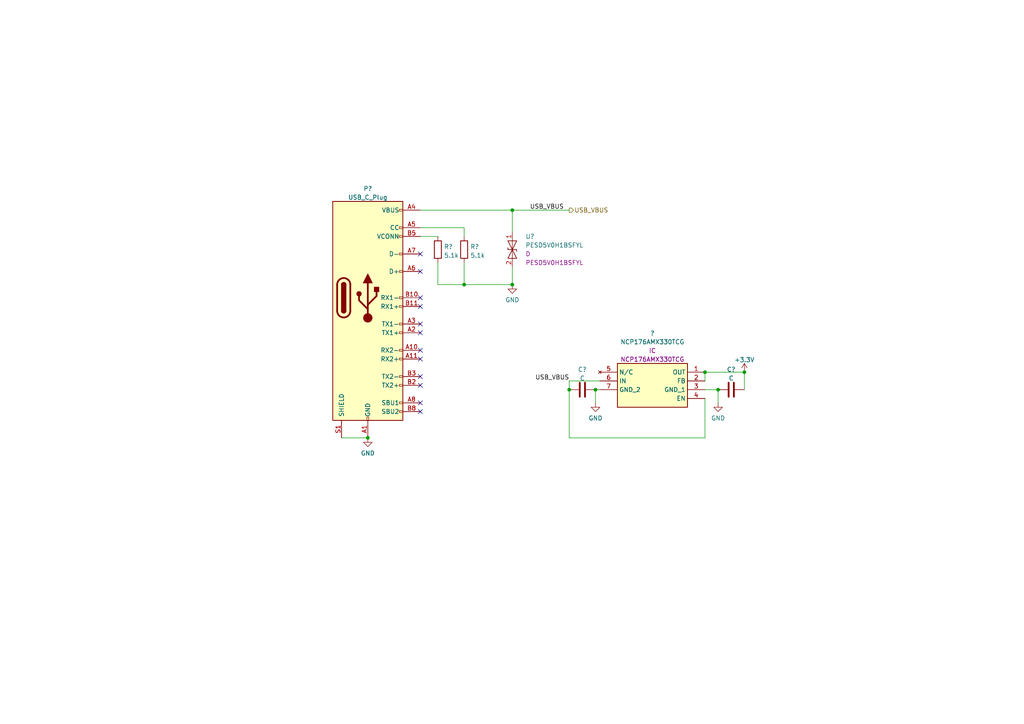
<source format=kicad_sch>
(kicad_sch (version 20211123) (generator eeschema)
  (paper "A4")
  (lib_symbols
    (symbol "Connector:USB_C_Plug" (pin_names (offset 1.016))
      (property "Reference" "P" (at -10.16 29.21 0))
      (property "Value" "USB_C_Plug" (at 10.16 29.21 0))
      (symbol "USB_C_Plug_0_0"
        (rectangle (start -0.254 -35.56) (end 0.254 -34.544))
        (rectangle (start 10.16 -32.766) (end 9.144 -33.274))
        (rectangle (start 10.16 -30.226) (end 9.144 -30.734))
        (rectangle (start 10.16 -25.146) (end 9.144 -25.654))
        (rectangle (start 10.16 -22.606) (end 9.144 -23.114))
        (rectangle (start 10.16 -17.526) (end 9.144 -18.034))
        (rectangle (start 10.16 -14.986) (end 9.144 -15.494))
        (rectangle (start 10.16 -9.906) (end 9.144 -10.414))
        (rectangle (start 10.16 -7.366) (end 9.144 -7.874))
        (rectangle (start 10.16 -2.286) (end 9.144 -2.794))
        (rectangle (start 10.16 0.254) (end 9.144 -0.254))
        (rectangle (start 10.16 7.874) (end 9.144 7.366))
        (rectangle (start 10.16 12.954) (end 9.144 12.446))
        (rectangle (start 10.16 18.034) (end 9.144 17.526))
        (rectangle (start 10.16 20.574) (end 9.144 20.066))
        (rectangle (start 10.16 25.654) (end 9.144 25.146))
      )
      (symbol "USB_C_Plug_0_1"
        (rectangle (start -10.16 27.94) (end 10.16 -35.56) (stroke (width 0.254)) (fill (type background)))
        (arc (start -8.89 -3.81) (mid -6.985 -5.715) (end -5.08 -3.81) (stroke (width 0.508)))
        (arc (start -7.62 -3.81) (mid -6.985 -4.445) (end -6.35 -3.81) (stroke (width 0.254)))
        (arc (start -7.62 -3.81) (mid -6.985 -4.445) (end -6.35 -3.81) (stroke (width 0.254)) (fill (type outline)))
        (rectangle (start -7.62 -3.81) (end -6.35 3.81) (stroke (width 0.254)) (fill (type outline)))
        (arc (start -6.35 3.81) (mid -6.985 4.445) (end -7.62 3.81) (stroke (width 0.254)))
        (arc (start -6.35 3.81) (mid -6.985 4.445) (end -7.62 3.81) (stroke (width 0.254)) (fill (type outline)))
        (arc (start -5.08 3.81) (mid -6.985 5.715) (end -8.89 3.81) (stroke (width 0.508)))
        (polyline (pts (xy -8.89 -3.81) (xy -8.89 3.81)) (stroke (width 0.508)))
        (polyline (pts (xy -5.08 3.81) (xy -5.08 -3.81)) (stroke (width 0.508)))
      )
      (symbol "USB_C_Plug_1_1"
        (circle (center -2.54 1.143) (radius 0.635) (stroke (width 0.254)) (fill (type outline)))
        (circle (center 0 -5.842) (radius 1.27) (fill (type outline)))
        (polyline (pts (xy 0 -5.842) (xy 0 4.318)) (stroke (width 0.508)))
        (polyline (pts (xy 0 -3.302) (xy -2.54 -0.762) (xy -2.54 0.508)) (stroke (width 0.508)))
        (polyline (pts (xy 0 -2.032) (xy 2.54 0.508) (xy 2.54 1.778)) (stroke (width 0.508)))
        (polyline (pts (xy -1.27 4.318) (xy 0 6.858) (xy 1.27 4.318) (xy -1.27 4.318)) (stroke (width 0.254)) (fill (type outline)))
        (rectangle (start 1.905 1.778) (end 3.175 3.048) (stroke (width 0.254)) (fill (type outline)))
        (pin passive line (at 0 -40.64 90) (length 5.08) (name "GND") (number "A1"))
        (pin bidirectional line (at 15.24 -15.24 180) (length 5.08) (name "RX2-") (number "A10"))
        (pin bidirectional line (at 15.24 -17.78 180) (length 5.08) (name "RX2+") (number "A11"))
        (pin passive line (at 0 -40.64 90) (length 5.08) hide (name "GND") (number "A12"))
        (pin bidirectional line (at 15.24 -10.16 180) (length 5.08) (name "TX1+") (number "A2"))
        (pin bidirectional line (at 15.24 -7.62 180) (length 5.08) (name "TX1-") (number "A3"))
        (pin passive line (at 15.24 25.4 180) (length 5.08) (name "VBUS") (number "A4"))
        (pin bidirectional line (at 15.24 20.32 180) (length 5.08) (name "CC") (number "A5"))
        (pin bidirectional line (at 15.24 7.62 180) (length 5.08) (name "D+") (number "A6"))
        (pin bidirectional line (at 15.24 12.7 180) (length 5.08) (name "D-") (number "A7"))
        (pin bidirectional line (at 15.24 -30.48 180) (length 5.08) (name "SBU1") (number "A8"))
        (pin passive line (at 15.24 25.4 180) (length 5.08) hide (name "VBUS") (number "A9"))
        (pin passive line (at 0 -40.64 90) (length 5.08) hide (name "GND") (number "B1"))
        (pin bidirectional line (at 15.24 0 180) (length 5.08) (name "RX1-") (number "B10"))
        (pin bidirectional line (at 15.24 -2.54 180) (length 5.08) (name "RX1+") (number "B11"))
        (pin passive line (at 0 -40.64 90) (length 5.08) hide (name "GND") (number "B12"))
        (pin bidirectional line (at 15.24 -25.4 180) (length 5.08) (name "TX2+") (number "B2"))
        (pin bidirectional line (at 15.24 -22.86 180) (length 5.08) (name "TX2-") (number "B3"))
        (pin passive line (at 15.24 25.4 180) (length 5.08) hide (name "VBUS") (number "B4"))
        (pin bidirectional line (at 15.24 17.78 180) (length 5.08) (name "VCONN") (number "B5"))
        (pin bidirectional line (at 15.24 -33.02 180) (length 5.08) (name "SBU2") (number "B8"))
        (pin passive line (at 15.24 25.4 180) (length 5.08) hide (name "VBUS") (number "B9"))
        (pin passive line (at -7.62 -40.64 90) (length 5.08) (name "SHIELD") (number "S1"))
      )
    )
    (symbol "Device:C" (pin_numbers hide) (pin_names (offset 0.254))
      (property "Reference" "C" (at 0.635 2.54 0))
      (property "Value" "C" (at 0.635 -2.54 0))
      (symbol "C_0_1"
        (polyline (pts (xy -2.032 -0.762) (xy 2.032 -0.762)) (stroke (width 0.508)))
        (polyline (pts (xy -2.032 0.762) (xy 2.032 0.762)) (stroke (width 0.508)))
      )
      (symbol "C_1_1"
        (pin passive line (at 0 3.81 270) (length 2.794) (name "~") (number "1"))
        (pin passive line (at 0 -3.81 90) (length 2.794) (name "~") (number "2"))
      )
    )
    (symbol "Device:R" (pin_numbers hide) (pin_names (offset 0))
      (property "Reference" "R" (at 2.032 0 90))
      (property "Value" "R" (at 0 0 90))
      (symbol "R_0_1"
        (rectangle (start -1.016 -2.54) (end 1.016 2.54) (stroke (width 0.254)))
      )
      (symbol "R_1_1"
        (pin passive line (at 0 3.81 270) (length 1.27) (name "~") (number "1"))
        (pin passive line (at 0 -3.81 90) (length 1.27) (name "~") (number "2"))
      )
    )
    (symbol "NCP176AMX330TCG:NCP176AMX330TCG"
      (property "Value" "NCP176AMX330TCG" (at 0 0 0))
      (property "Reference_1" "IC" (at 26.67 7.62 0))
      (property "Value_1" "NCP176AMX330TCG" (at 26.67 5.08 0))
      (symbol "NCP176AMX330TCG_1_1"
        (rectangle (start 5.08 2.54) (end 25.4 -10.16) (stroke (width 0.254)) (fill (type background)))
        (pin passive line (at 0 0 0) (length 5.08) (name "OUT") (number "1"))
        (pin passive line (at 0 -2.54 0) (length 5.08) (name "FB") (number "2"))
        (pin passive line (at 0 -5.08 0) (length 5.08) (name "GND_1") (number "3"))
        (pin passive line (at 0 -7.62 0) (length 5.08) (name "EN") (number "4"))
        (pin no_connect line (at 30.48 0 180) (length 5.08) (name "N/C") (number "5"))
        (pin passive line (at 30.48 -2.54 180) (length 5.08) (name "IN") (number "6"))
        (pin passive line (at 30.48 -5.08 180) (length 5.08) (name "GND_2") (number "7"))
      )
    )
    (symbol "PESD5V0H1BSFYL:PESD5V0H1BSFYL" (pin_names hide)
      (property "Value" "PESD5V0H1BSFYL" (at 0 -2.54 0))
      (property "Reference_1" "D" (at -1.27 1.27 0))
      (property "Value_1" "PESD5V0H1BSFYL" (at -13.97 -1.27 0))
      (symbol "PESD5V0H1BSFYL_0_1"
        (polyline (pts (xy -1.27 0) (xy -2.54 0)) (stroke (width 0.1524)))
        (polyline (pts (xy 1.27 0) (xy -1.27 0)))
        (polyline (pts (xy 1.27 0) (xy 2.54 0)) (stroke (width 0.1524)))
        (polyline (pts (xy -2.54 -1.27) (xy 0 0) (xy -2.54 1.27) (xy -2.54 -1.27)) (stroke (width 0.2032)))
        (polyline (pts (xy 0.508 1.27) (xy 0 1.27) (xy 0 -1.27) (xy -0.508 -1.27)) (stroke (width 0.2032)))
        (polyline (pts (xy 2.54 1.27) (xy 2.54 -1.27) (xy 0 0) (xy 2.54 1.27)) (stroke (width 0.2032)))
      )
      (symbol "PESD5V0H1BSFYL_1_1"
        (pin passive line (at -5.08 0 0) (length 2.54) (name "A1") (number "1"))
        (pin passive line (at 5.08 0 180) (length 2.54) (name "A2") (number "2"))
      )
    )
    (symbol "power:+3.3V" (power) (pin_names (offset 0))
      (property "Value" "+3.3V" (at 0 3.556 0))
      (symbol "+3.3V_0_1"
        (polyline (pts (xy -0.762 1.27) (xy 0 2.54)))
        (polyline (pts (xy 0 0) (xy 0 2.54)))
        (polyline (pts (xy 0 2.54) (xy 0.762 1.27)))
      )
      (symbol "+3.3V_1_1"
        (pin power_in line (at 0 0 90) (length 0) hide (name "+3.3V") (number "1"))
      )
    )
    (symbol "power:GND" (power) (pin_names (offset 0))
      (property "Value" "GND" (at 0 -3.81 0))
      (symbol "GND_0_1"
        (polyline (pts (xy 0 0) (xy 0 -1.27) (xy 1.27 -1.27) (xy 0 -2.54) (xy -1.27 -1.27) (xy 0 -1.27)))
      )
      (symbol "GND_1_1"
        (pin power_in line (at 0 0 270) (length 0) hide (name "GND") (number "1"))
      )
    )
  )
  (junction (at 215.9 107.95))
  (junction (at 148.59 82.55))
  (junction (at 165.1 113.03))
  (junction (at 134.62 82.55))
  (junction (at 208.28 113.03))
  (junction (at 204.47 107.95))
  (junction (at 172.72 113.03))
  (junction (at 148.59 60.96))
  (junction (at 106.68 127))
  (no_connect (at 121.92 88.9))
  (no_connect (at 121.92 116.84))
  (no_connect (at 121.92 101.6))
  (no_connect (at 121.92 93.98))
  (no_connect (at 121.92 78.74))
  (no_connect (at 121.92 104.14))
  (no_connect (at 121.92 96.52))
  (no_connect (at 121.92 111.76))
  (no_connect (at 121.92 86.36))
  (no_connect (at 121.92 109.22))
  (no_connect (at 121.92 119.38))
  (no_connect (at 121.92 73.66))
  (wire (pts (xy 121.92 66.04) (xy 134.62 66.04)))
  (wire (pts (xy 127 82.55) (xy 134.62 82.55)))
  (wire (pts (xy 165.1 127) (xy 165.1 113.03)))
  (wire (pts (xy 127 76.2) (xy 127 82.55)))
  (wire (pts (xy 148.59 82.55) (xy 134.62 82.55)))
  (wire (pts (xy 204.47 107.95) (xy 204.47 110.49)))
  (wire (pts (xy 204.47 127) (xy 165.1 127)))
  (wire (pts (xy 215.9 107.95) (xy 204.47 107.95)))
  (wire (pts (xy 215.9 113.03) (xy 215.9 107.95)))
  (wire (pts (xy 172.72 113.03) (xy 173.99 113.03)))
  (wire (pts (xy 148.59 67.31) (xy 148.59 60.96)))
  (wire (pts (xy 208.28 113.03) (xy 208.28 116.84)))
  (wire (pts (xy 172.72 113.03) (xy 172.72 116.84)))
  (wire (pts (xy 148.59 77.47) (xy 148.59 82.55)))
  (wire (pts (xy 121.92 68.58) (xy 127 68.58)))
  (wire (pts (xy 99.06 127) (xy 106.68 127)))
  (wire (pts (xy 165.1 110.49) (xy 165.1 113.03)))
  (wire (pts (xy 208.28 113.03) (xy 204.47 113.03)))
  (wire (pts (xy 134.62 66.04) (xy 134.62 68.58)))
  (wire (pts (xy 204.47 115.57) (xy 204.47 127)))
  (wire (pts (xy 148.59 60.96) (xy 165.1 60.96)))
  (wire (pts (xy 121.92 60.96) (xy 148.59 60.96)))
  (wire (pts (xy 134.62 76.2) (xy 134.62 82.55)))
  (wire (pts (xy 173.99 110.49) (xy 165.1 110.49)))
  (label "USB_VBUS" (at 165.1 110.49 180))
  (label "USB_VBUS" (at 153.67 60.96 0))
  (hierarchical_label "USB_VBUS" (shape output) (at 165.1 60.96 0))
  (symbol (lib_id "Device:R") (at 127 72.39 0) (unit 1)
    (property "Reference" "R?" (at 128.778 71.5553 0) (effects (justify left)))
    (property "Value" "5.1k" (at 128.778 74.0922 0) (effects (justify left)))
  )
  (symbol (lib_id "Device:C") (at 168.91 113.03 270) (mirror x) (unit 1)
    (property "Reference" "C?" (at 168.91 107.1712 90))
    (property "Value" "C" (at 168.91 109.7081 90))
  )
  (symbol (lib_id "NCP176AMX330TCG:NCP176AMX330TCG") (at 204.47 107.95 0) (mirror y) (unit 1)
    (property "Reference" "?" (at 189.23 96.6364 0))
    (property "Value" "NCP176AMX330TCG" (at 189.23 99.1733 0))
    (property "Reference_1" "IC" (at 189.23 101.7102 0))
    (property "Value_1" "NCP176AMX330TCG" (at 189.23 104.2471 0))
    (property "Footprint_1" "NCP176AMX330TCG" (effects hide))
    (property "Datasheet_1" "https://www.mouser.com/datasheet/2/308/NCP176-D-1551588.pdf" (effects hide))
    (property "Height" "0.45" (effects hide))
    (property "Manufacturer_Name" "onsemi" (effects hide))
    (property "Manufacturer_Part_Number" "NCP176AMX330TCG" (effects hide))
    (property "Mouser Part Number" "863-NCP176AMX330TCG" (effects hide))
    (property "Mouser Price/Stock" "https://www.mouser.co.uk/ProductDetail/onsemi/NCP176AMX330TCG?qs=raqtESnDWsAaxm0uRmymEw%3D%3D" (effects hide))
    (property "Arrow Part Number" "NCP176AMX330TCG" (effects hide))
    (property "Arrow Price/Stock" "https://www.arrow.com/en/products/ncp176amx330tcg/on-semiconductor" (effects hide))
  )
  (symbol (lib_id "Device:C") (at 212.09 113.03 270) (mirror x) (unit 1)
    (property "Reference" "C?" (at 212.09 107.1712 90))
    (property "Value" "C" (at 212.09 109.7081 90))
  )
  (symbol (lib_id "power:GND") (at 172.72 116.84 0) (mirror y) (unit 1)
    (property "Reference" "#PWR?" (effects hide))
    (property "Value" "GND" (at 172.72 121.2834 0))
  )
  (symbol (lib_id "power:+3.3V") (at 215.9 107.95 0) (unit 1)
    (property "Reference" "#PWR?" (effects hide))
    (property "Value" "+3.3V" (at 215.9 104.3742 0))
  )
  (symbol (lib_id "PESD5V0H1BSFYL:PESD5V0H1BSFYL") (at 148.59 72.39 270) (unit 1)
    (property "Reference" "U?" (at 152.4 68.58 90) (effects (justify left)))
    (property "Value" "PESD5V0H1BSFYL" (at 152.4 71.1169 90) (effects (justify left)))
    (property "Reference_1" "D" (at 152.4 73.6538 90) (effects (justify left)))
    (property "Value_1" "PESD5V0H1BSFYL" (at 152.4 76.1907 90) (effects (justify left)))
    (property "Footprint_1" "PMEG3005AESFYL" (effects hide))
    (property "Datasheet_1" "https://assets.nexperia.com/documents/data-sheet/PESD5V0H1BSF.pdf" (effects hide))
    (property "Manufacturer_Name" "Nexperia" (effects hide))
    (property "Manufacturer_Part_Number" "PESD5V0H1BSFYL" (effects hide))
    (property "Mouser Part Number" "771-PESD5V0H1BSFYL" (effects hide))
    (property "Mouser Price/Stock" "https://www.mouser.co.uk/ProductDetail/Nexperia/PESD5V0H1BSFYL?qs=Pve5fMu%2FDEu4w1xWwCRvpg%3D%3D" (effects hide))
    (property "Arrow Part Number" "PESD5V0H1BSFYL" (effects hide))
    (property "Arrow Price/Stock" "https://www.arrow.com/en/products/pesd5v0h1bsfyl/nexperia?region=nac" (effects hide))
  )
  (symbol (lib_id "power:GND") (at 106.68 127 0) (unit 1)
    (property "Reference" "#PWR?" (effects hide))
    (property "Value" "GND" (at 106.68 131.4434 0))
  )
  (symbol (lib_id "power:GND") (at 208.28 116.84 0) (mirror y) (unit 1)
    (property "Reference" "#PWR?" (effects hide))
    (property "Value" "GND" (at 208.28 121.2834 0))
  )
  (symbol (lib_id "Device:R") (at 134.62 72.39 0) (unit 1)
    (property "Reference" "R?" (at 136.398 71.5553 0) (effects (justify left)))
    (property "Value" "5.1k" (at 136.398 74.0922 0) (effects (justify left)))
  )
  (symbol (lib_id "power:GND") (at 148.59 82.55 0) (unit 1)
    (property "Reference" "#PWR?" (effects hide))
    (property "Value" "GND" (at 148.59 86.9934 0))
  )
  (symbol (lib_id "Connector:USB_C_Plug") (at 106.68 86.36 0) (unit 1)
    (property "Reference" "P?" (at 106.68 54.7202 0))
    (property "Value" "USB_C_Plug" (at 106.68 57.2571 0))
    (property "Datasheet" "https://www.usb.org/sites/default/files/documents/usb_type-c.zip" (effects hide))
  )
)
</source>
